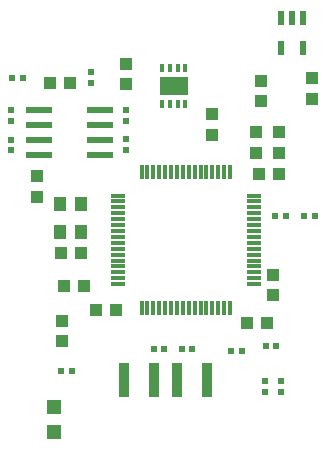
<source format=gbr>
G04 #@! TF.GenerationSoftware,KiCad,Pcbnew,5.0.2+dfsg1-1*
G04 #@! TF.CreationDate,2020-08-15T21:59:55-04:00*
G04 #@! TF.ProjectId,interceptor,696e7465-7263-4657-9074-6f722e6b6963,rev?*
G04 #@! TF.SameCoordinates,Original*
G04 #@! TF.FileFunction,Paste,Top*
G04 #@! TF.FilePolarity,Positive*
%FSLAX46Y46*%
G04 Gerber Fmt 4.6, Leading zero omitted, Abs format (unit mm)*
G04 Created by KiCad (PCBNEW 5.0.2+dfsg1-1) date Sat 15 Aug 2020 09:59:55 PM EDT*
%MOMM*%
%LPD*%
G01*
G04 APERTURE LIST*
%ADD10R,2.200000X0.600000*%
%ADD11R,2.400000X1.600000*%
%ADD12R,0.350000X0.750000*%
%ADD13R,0.900000X3.000000*%
%ADD14R,1.100000X1.000000*%
%ADD15R,1.000000X1.100000*%
%ADD16R,0.600000X0.600000*%
%ADD17R,0.300000X1.200000*%
%ADD18R,1.200000X0.300000*%
%ADD19R,0.550000X1.200000*%
%ADD20R,1.100000X1.300000*%
%ADD21R,1.200000X1.200000*%
G04 APERTURE END LIST*
D10*
G04 #@! TO.C,U6*
X133600000Y-94495000D03*
X133600000Y-95765000D03*
X133600000Y-98305000D03*
X138800000Y-94495000D03*
X138800000Y-95765000D03*
X138800000Y-98305000D03*
X133600000Y-97035000D03*
X138800000Y-97035000D03*
G04 #@! TD*
D11*
G04 #@! TO.C,U3*
X145000000Y-92500000D03*
D12*
X145950000Y-91000000D03*
X145350000Y-91000000D03*
X144700000Y-91000000D03*
X144050000Y-91000000D03*
X145950000Y-94000000D03*
X145350000Y-94000000D03*
X144700000Y-94000000D03*
X144050000Y-94000000D03*
G04 #@! TD*
D13*
G04 #@! TO.C,J3*
X147811000Y-117409600D03*
X145311000Y-117409600D03*
X140811000Y-117409600D03*
X143311000Y-117409600D03*
G04 #@! TD*
D14*
G04 #@! TO.C,C1*
X153921900Y-99915200D03*
X152221900Y-99915200D03*
G04 #@! TD*
D15*
G04 #@! TO.C,C10*
X151928900Y-96423600D03*
X151928900Y-98123600D03*
G04 #@! TD*
D14*
G04 #@! TO.C,C11*
X138419100Y-111461600D03*
X140119100Y-111461600D03*
G04 #@! TD*
D15*
G04 #@! TO.C,C12*
X153884700Y-96423600D03*
X153884700Y-98123600D03*
G04 #@! TD*
D14*
G04 #@! TO.C,C13*
X135726700Y-109429600D03*
X137426700Y-109429600D03*
G04 #@! TD*
D15*
G04 #@! TO.C,C15*
X152400000Y-92050000D03*
X152400000Y-93750000D03*
G04 #@! TD*
G04 #@! TO.C,C16*
X156700000Y-91850000D03*
X156700000Y-93550000D03*
G04 #@! TD*
D14*
G04 #@! TO.C,C2*
X151220700Y-112579200D03*
X152920700Y-112579200D03*
G04 #@! TD*
G04 #@! TO.C,C26*
X136200000Y-92200000D03*
X134500000Y-92200000D03*
G04 #@! TD*
D15*
G04 #@! TO.C,C3*
X133400000Y-101850000D03*
X133400000Y-100150000D03*
G04 #@! TD*
D14*
G04 #@! TO.C,C4*
X135421900Y-106635600D03*
X137121900Y-106635600D03*
G04 #@! TD*
D15*
G04 #@! TO.C,C8*
X153442300Y-108478000D03*
X153442300Y-110178000D03*
G04 #@! TD*
G04 #@! TO.C,C9*
X135500000Y-114100000D03*
X135500000Y-112400000D03*
G04 #@! TD*
D16*
G04 #@! TO.C,R1*
X141000000Y-95450000D03*
X141000000Y-94550000D03*
G04 #@! TD*
G04 #@! TO.C,R13*
X136350000Y-116600000D03*
X135450000Y-116600000D03*
G04 #@! TD*
G04 #@! TO.C,R16*
X143289500Y-114763600D03*
X144189500Y-114763600D03*
G04 #@! TD*
G04 #@! TO.C,R17*
X145677100Y-114763600D03*
X146577100Y-114763600D03*
G04 #@! TD*
G04 #@! TO.C,R2*
X131250000Y-97950000D03*
X131250000Y-97050000D03*
G04 #@! TD*
G04 #@! TO.C,R23*
X156950000Y-103500000D03*
X156050000Y-103500000D03*
G04 #@! TD*
G04 #@! TO.C,R24*
X153700000Y-114500000D03*
X152800000Y-114500000D03*
G04 #@! TD*
G04 #@! TO.C,R25*
X149850000Y-114900000D03*
X150750000Y-114900000D03*
G04 #@! TD*
G04 #@! TO.C,R26*
X154500000Y-103500000D03*
X153600000Y-103500000D03*
G04 #@! TD*
G04 #@! TO.C,R3*
X141000000Y-97900000D03*
X141000000Y-97000000D03*
G04 #@! TD*
G04 #@! TO.C,R4*
X131250000Y-95450000D03*
X131250000Y-94550000D03*
G04 #@! TD*
D17*
G04 #@! TO.C,U1*
X142275500Y-99768000D03*
X142775500Y-99768000D03*
X143275500Y-99768000D03*
X143775500Y-99768000D03*
X144275500Y-99768000D03*
X144775500Y-99768000D03*
X145275500Y-99768000D03*
X145775500Y-99768000D03*
X146275500Y-99768000D03*
X146775500Y-99768000D03*
X147275500Y-99768000D03*
X147775500Y-99768000D03*
X148275500Y-99768000D03*
X148775500Y-99768000D03*
X149275500Y-99768000D03*
X149775500Y-99768000D03*
D18*
X151775500Y-101768000D03*
X151775500Y-102268000D03*
X151775500Y-102768000D03*
X151775500Y-103268000D03*
X151775500Y-103768000D03*
X151775500Y-104268000D03*
X151775500Y-104768000D03*
X151775500Y-105268000D03*
X151775500Y-105768000D03*
X151775500Y-106268000D03*
X151775500Y-106768000D03*
X151775500Y-107268000D03*
X151775500Y-107768000D03*
X151775500Y-108268000D03*
X151775500Y-108768000D03*
X151775500Y-109268000D03*
D17*
X149775500Y-111268000D03*
X149275500Y-111268000D03*
X148775500Y-111268000D03*
X148275500Y-111268000D03*
X147775500Y-111268000D03*
X147275500Y-111268000D03*
X146775500Y-111268000D03*
X146275500Y-111268000D03*
X145775500Y-111268000D03*
X145275500Y-111268000D03*
X144775500Y-111268000D03*
X144275500Y-111268000D03*
X143775500Y-111268000D03*
X143275500Y-111268000D03*
X142775500Y-111268000D03*
X142275500Y-111268000D03*
D18*
X140275500Y-109268000D03*
X140275500Y-108768000D03*
X140275500Y-108268000D03*
X140275500Y-107768000D03*
X140275500Y-107268000D03*
X140275500Y-106768000D03*
X140275500Y-106268000D03*
X140275500Y-105768000D03*
X140275500Y-105268000D03*
X140275500Y-104768000D03*
X140275500Y-104268000D03*
X140275500Y-103768000D03*
X140275500Y-103268000D03*
X140275500Y-102768000D03*
X140275500Y-102268000D03*
X140275500Y-101768000D03*
G04 #@! TD*
D19*
G04 #@! TO.C,U2*
X155950000Y-89300100D03*
X154050000Y-89300100D03*
X154050000Y-86699900D03*
X155000000Y-86699900D03*
X155950000Y-86699900D03*
G04 #@! TD*
D20*
G04 #@! TO.C,Y1*
X135411700Y-102520800D03*
X135411700Y-104820800D03*
X137111700Y-104820800D03*
X137111700Y-102520800D03*
G04 #@! TD*
D16*
G04 #@! TO.C,R7*
X138000000Y-92200000D03*
X138000000Y-91300000D03*
G04 #@! TD*
G04 #@! TO.C,R8*
X132200000Y-91800000D03*
X131300000Y-91800000D03*
G04 #@! TD*
D15*
G04 #@! TO.C,C5*
X148250000Y-94900000D03*
X148250000Y-96600000D03*
G04 #@! TD*
G04 #@! TO.C,C6*
X141000000Y-92350000D03*
X141000000Y-90650000D03*
G04 #@! TD*
D16*
G04 #@! TO.C,R5*
X152705700Y-118388600D03*
X152705700Y-117488600D03*
G04 #@! TD*
G04 #@! TO.C,R6*
X154051900Y-117488600D03*
X154051900Y-118388600D03*
G04 #@! TD*
D21*
G04 #@! TO.C,LED1*
X134900000Y-119700000D03*
X134900000Y-121800000D03*
G04 #@! TD*
M02*

</source>
